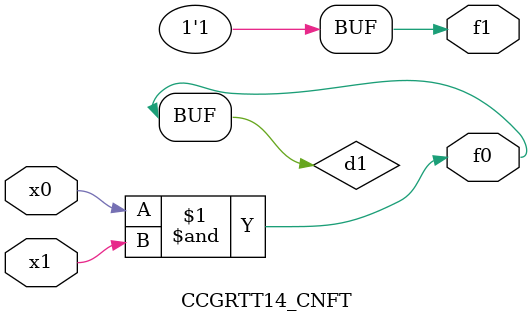
<source format=v>
module CCGRTT14_CNFT(
	input x0, x1,
	output f0, f1
);

	wire d1;

	assign f0 = d1;
	and (d1, x0, x1);
	assign f1 = 1'b1;
endmodule

</source>
